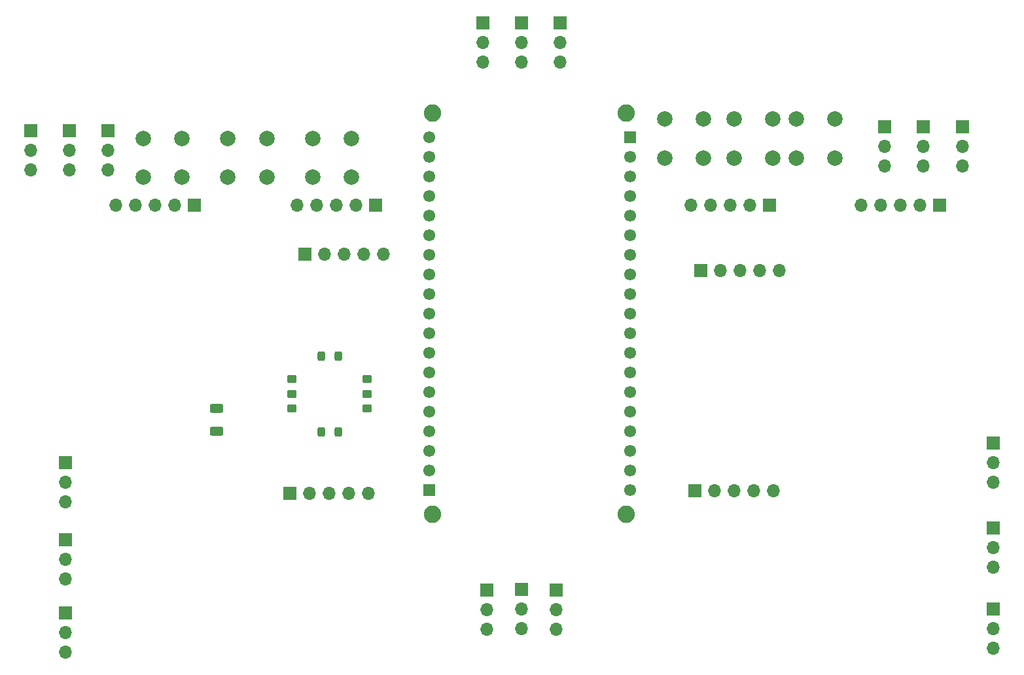
<source format=gbr>
%TF.GenerationSoftware,KiCad,Pcbnew,8.0.6*%
%TF.CreationDate,2024-11-02T11:22:20+01:00*%
%TF.ProjectId,Controller-BMU-Kombi,436f6e74-726f-46c6-9c65-722d424d552d,rev?*%
%TF.SameCoordinates,Original*%
%TF.FileFunction,Soldermask,Top*%
%TF.FilePolarity,Negative*%
%FSLAX46Y46*%
G04 Gerber Fmt 4.6, Leading zero omitted, Abs format (unit mm)*
G04 Created by KiCad (PCBNEW 8.0.6) date 2024-11-02 11:22:20*
%MOMM*%
%LPD*%
G01*
G04 APERTURE LIST*
G04 Aperture macros list*
%AMRoundRect*
0 Rectangle with rounded corners*
0 $1 Rounding radius*
0 $2 $3 $4 $5 $6 $7 $8 $9 X,Y pos of 4 corners*
0 Add a 4 corners polygon primitive as box body*
4,1,4,$2,$3,$4,$5,$6,$7,$8,$9,$2,$3,0*
0 Add four circle primitives for the rounded corners*
1,1,$1+$1,$2,$3*
1,1,$1+$1,$4,$5*
1,1,$1+$1,$6,$7*
1,1,$1+$1,$8,$9*
0 Add four rect primitives between the rounded corners*
20,1,$1+$1,$2,$3,$4,$5,0*
20,1,$1+$1,$4,$5,$6,$7,0*
20,1,$1+$1,$6,$7,$8,$9,0*
20,1,$1+$1,$8,$9,$2,$3,0*%
G04 Aperture macros list end*
%ADD10R,1.700000X1.700000*%
%ADD11O,1.700000X1.700000*%
%ADD12C,2.000000*%
%ADD13RoundRect,0.250000X0.250000X-0.375000X0.250000X0.375000X-0.250000X0.375000X-0.250000X-0.375000X0*%
%ADD14RoundRect,0.250000X0.375000X0.250000X-0.375000X0.250000X-0.375000X-0.250000X0.375000X-0.250000X0*%
%ADD15RoundRect,0.250000X-0.250000X0.375000X-0.250000X-0.375000X0.250000X-0.375000X0.250000X0.375000X0*%
%ADD16RoundRect,0.250000X-0.375000X-0.250000X0.375000X-0.250000X0.375000X0.250000X-0.375000X0.250000X0*%
%ADD17RoundRect,0.250000X-0.625000X0.312500X-0.625000X-0.312500X0.625000X-0.312500X0.625000X0.312500X0*%
%ADD18C,2.250000*%
%ADD19RoundRect,0.102000X0.675000X0.675000X-0.675000X0.675000X-0.675000X-0.675000X0.675000X-0.675000X0*%
%ADD20C,1.554000*%
G04 APERTURE END LIST*
D10*
%TO.C,J26*%
X165150000Y-72600000D03*
D11*
X167690000Y-72600000D03*
X170230000Y-72600000D03*
X172770000Y-72600000D03*
X175310000Y-72600000D03*
%TD*%
D10*
%TO.C,J25*%
X113960000Y-70500000D03*
D11*
X116500000Y-70500000D03*
X119040000Y-70500000D03*
X121580000Y-70500000D03*
X124120000Y-70500000D03*
%TD*%
D10*
%TO.C,J22*%
X88500000Y-54475000D03*
D11*
X88500000Y-57015000D03*
X88500000Y-59555000D03*
%TD*%
D10*
%TO.C,J21*%
X83500000Y-54500000D03*
D11*
X83500000Y-57040000D03*
X83500000Y-59580000D03*
%TD*%
D10*
%TO.C,J10*%
X194000000Y-53975000D03*
D11*
X194000000Y-56515000D03*
X194000000Y-59055000D03*
%TD*%
D10*
%TO.C,J18*%
X83000000Y-107500000D03*
D11*
X83000000Y-110040000D03*
X83000000Y-112580000D03*
%TD*%
D12*
%TO.C,U7*%
X174500000Y-53000000D03*
X174500000Y-58000000D03*
X169500000Y-53000000D03*
X169500000Y-58000000D03*
%TD*%
D10*
%TO.C,J19*%
X83000000Y-97500000D03*
D11*
X83000000Y-100040000D03*
X83000000Y-102580000D03*
%TD*%
D12*
%TO.C,U3*%
X160500000Y-58000000D03*
X160500000Y-53000000D03*
X165500000Y-58000000D03*
X165500000Y-53000000D03*
%TD*%
%TO.C,U5*%
X120000000Y-55500000D03*
X120000000Y-60500000D03*
X115000000Y-55500000D03*
X115000000Y-60500000D03*
%TD*%
D10*
%TO.C,J9*%
X189000000Y-54000000D03*
D11*
X189000000Y-56540000D03*
X189000000Y-59080000D03*
%TD*%
D10*
%TO.C,J20*%
X78500000Y-54500000D03*
D11*
X78500000Y-57040000D03*
X78500000Y-59580000D03*
%TD*%
D13*
%TO.C,U1*%
X118225000Y-93475000D03*
X116025000Y-93475000D03*
D14*
X112250000Y-90500000D03*
X112250000Y-88600000D03*
X112250000Y-86700000D03*
D15*
X116025000Y-83725000D03*
X118225000Y-83725000D03*
D16*
X122000000Y-86700000D03*
X122000000Y-88600000D03*
X122000000Y-90500000D03*
%TD*%
D10*
%TO.C,J8*%
X142000000Y-40475000D03*
D11*
X142000000Y-43015000D03*
X142000000Y-45555000D03*
%TD*%
D12*
%TO.C,U8*%
X104000000Y-60500000D03*
X104000000Y-55500000D03*
X109000000Y-60500000D03*
X109000000Y-55500000D03*
%TD*%
%TO.C,U6*%
X177500000Y-58000000D03*
X177500000Y-53000000D03*
X182500000Y-58000000D03*
X182500000Y-53000000D03*
%TD*%
D17*
%TO.C,R1*%
X102500000Y-90500000D03*
X102500000Y-93425000D03*
%TD*%
D10*
%TO.C,J13*%
X203000000Y-105975000D03*
D11*
X203000000Y-108515000D03*
X203000000Y-111055000D03*
%TD*%
D10*
%TO.C,J12*%
X203000000Y-94975000D03*
D11*
X203000000Y-97515000D03*
X203000000Y-100055000D03*
%TD*%
D10*
%TO.C,J23*%
X146500000Y-114000000D03*
D11*
X146500000Y-116540000D03*
X146500000Y-119080000D03*
%TD*%
D12*
%TO.C,U4*%
X98000000Y-55500000D03*
X98000000Y-60500000D03*
X93000000Y-55500000D03*
X93000000Y-60500000D03*
%TD*%
D10*
%TO.C,J17*%
X83000000Y-117000000D03*
D11*
X83000000Y-119540000D03*
X83000000Y-122080000D03*
%TD*%
D10*
%TO.C,J15*%
X142000000Y-113960000D03*
D11*
X142000000Y-116500000D03*
X142000000Y-119040000D03*
%TD*%
D10*
%TO.C,J24*%
X147000000Y-40475000D03*
D11*
X147000000Y-43015000D03*
X147000000Y-45555000D03*
%TD*%
D10*
%TO.C,J11*%
X199000000Y-53975000D03*
D11*
X199000000Y-56515000D03*
X199000000Y-59055000D03*
%TD*%
D10*
%TO.C,J14*%
X203000000Y-116500000D03*
D11*
X203000000Y-119040000D03*
X203000000Y-121580000D03*
%TD*%
D10*
%TO.C,J5*%
X112000000Y-101500000D03*
D11*
X114540000Y-101500000D03*
X117080000Y-101500000D03*
X119620000Y-101500000D03*
X122160000Y-101500000D03*
%TD*%
D10*
%TO.C,J7*%
X137000000Y-40500000D03*
D11*
X137000000Y-43040000D03*
X137000000Y-45580000D03*
%TD*%
D10*
%TO.C,J16*%
X137500000Y-113975000D03*
D11*
X137500000Y-116515000D03*
X137500000Y-119055000D03*
%TD*%
D10*
%TO.C,J6*%
X164400000Y-101100000D03*
D11*
X166940000Y-101100000D03*
X169480000Y-101100000D03*
X172020000Y-101100000D03*
X174560000Y-101100000D03*
%TD*%
D18*
%TO.C,U2*%
X155500000Y-104195000D03*
X155500000Y-52195000D03*
X130500000Y-104195000D03*
X130500000Y-52195000D03*
D19*
X130000000Y-101055000D03*
D20*
X130000000Y-98515000D03*
X130000000Y-95975000D03*
X130000000Y-93435000D03*
X130000000Y-90895000D03*
X130000000Y-88355000D03*
X130000000Y-85815000D03*
X130000000Y-83275000D03*
X130000000Y-80735000D03*
X130000000Y-78195000D03*
X130000000Y-75655000D03*
X130000000Y-73115000D03*
X130000000Y-70575000D03*
X130000000Y-68035000D03*
X130000000Y-65495000D03*
X130000000Y-62955000D03*
X130000000Y-60415000D03*
X130000000Y-57875000D03*
X130000000Y-55335000D03*
D19*
X156000000Y-55335000D03*
D20*
X156000000Y-57875000D03*
X156000000Y-60415000D03*
X156000000Y-62955000D03*
X156000000Y-65495000D03*
X156000000Y-68035000D03*
X156000000Y-70575000D03*
X156000000Y-73115000D03*
X156000000Y-75655000D03*
X156000000Y-78195000D03*
X156000000Y-80735000D03*
X156000000Y-83275000D03*
X156000000Y-85815000D03*
X156000000Y-88355000D03*
X156000000Y-90895000D03*
X156000000Y-93435000D03*
X156000000Y-95975000D03*
X156000000Y-98515000D03*
X156000000Y-101055000D03*
%TD*%
D10*
%TO.C,J3*%
X174100000Y-64120000D03*
D11*
X171560000Y-64120000D03*
X169020000Y-64120000D03*
X166480000Y-64120000D03*
X163940000Y-64120000D03*
%TD*%
D10*
%TO.C,J1*%
X99675217Y-64100000D03*
D11*
X97135217Y-64100000D03*
X94595217Y-64100000D03*
X92055217Y-64100000D03*
X89515217Y-64100000D03*
%TD*%
D10*
%TO.C,J4*%
X196100000Y-64120000D03*
D11*
X193560000Y-64120000D03*
X191020000Y-64120000D03*
X188480000Y-64120000D03*
X185940000Y-64120000D03*
%TD*%
D10*
%TO.C,J2*%
X123100000Y-64180000D03*
D11*
X120560000Y-64180000D03*
X118020000Y-64180000D03*
X115480000Y-64180000D03*
X112940000Y-64180000D03*
%TD*%
M02*

</source>
